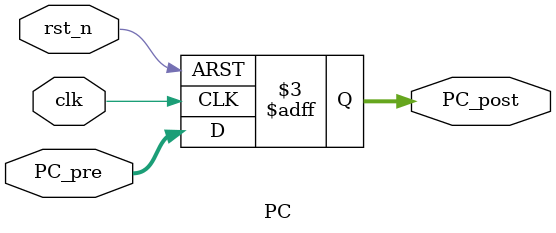
<source format=v>

module PC (PC_pre, PC_post, clk, rst_n);

//===========================================================
// Port Declarations
//===========================================================
input [31:0] PC_pre;    // Input address to be loaded into PC
output reg [31:0] PC_post; // Current value of the PC
input clk;             // Clock signal
input rst_n;           // Asynchronous active-low reset signal

//===========================================================
// PC Update Logic
//===========================================================
always @(posedge clk or negedge rst_n) begin
    if (!rst_n) begin
        // Asynchronous reset: set PC_post to 0
        PC_post <= 0;
    end
    else begin
        // Update PC_post with PC_pre on the rising edge of the clock
        PC_post <= PC_pre;
    end
end

endmodule

</source>
